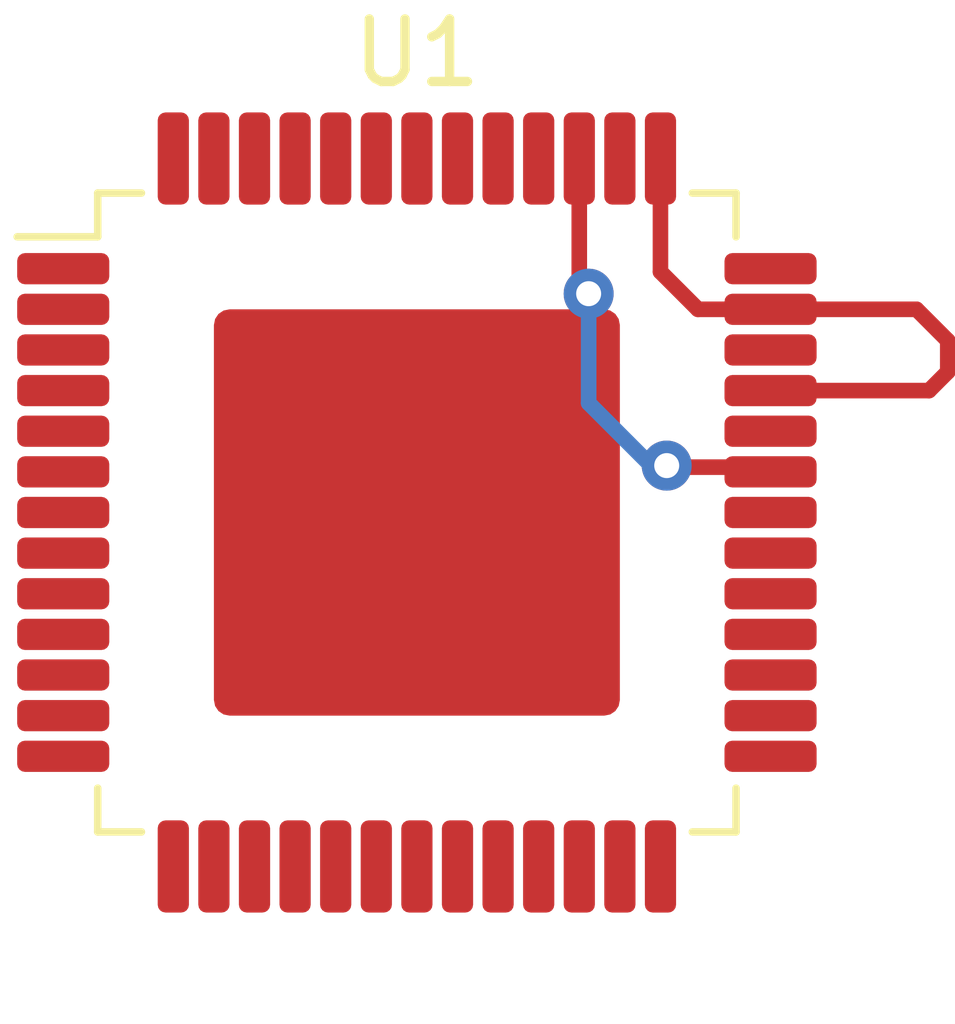
<source format=kicad_pcb>
(kicad_pcb (version 20211014) (generator pcbnew)
  (layers (0 "F.Cu" signal) (1 "In1.Cu" power) (2 "In2.Cu" power) (31 "B.Cu" signal) (34 "B.Paste" user) (35 "F.Paste" user) (36 "B.SilkS" user "B.Silkscreen") (37 "F.SilkS" user "F.Silkscreen") (38 "B.Mask" user) (39 "F.Mask" user) (44 "Edge.Cuts" user))
  (net 0 "")
  (net 1 "Net-(U1-Pad1)")
  (net 2 "Net-(U1-Pad10)")
  (net 6 "Net-(U1-Pad14)")
  (net 14 "input")
  (footprint "Package_QFP:TQFP-52-1EP_10x10mm_P0.65mm_EP6.5x6.5mm" (layer "F.Cu") (at 114.75 82)
    (fp_text reference "U1" (at 0 -7.35) (layer "F.SilkS"))
    (fp_text value "AD6644")
    (fp_line (start -5.11 -5.11) (end -5.11 -4.41) (layer "F.SilkS") (width 0.12))
    (fp_line (start -5.11 -4.41) (end -6.4 -4.41) (layer "F.SilkS") (width 0.12))
    (fp_line (start -5.11 5.11) (end -5.11 4.41) (layer "F.SilkS") (width 0.12))
    (fp_line (start -4.41 5.11) (end -5.11 5.11) (layer "F.SilkS") (width 0.12))
    (fp_line (start -4.41 -5.11) (end -5.11 -5.11) (layer "F.SilkS") (width 0.12))
    (fp_line (start 5.11 5.11) (end 5.11 4.41) (layer "F.SilkS") (width 0.12))
    (fp_line (start 4.41 5.11) (end 5.11 5.11) (layer "F.SilkS") (width 0.12))
    (fp_line (start 4.41 -5.11) (end 5.11 -5.11) (layer "F.SilkS") (width 0.12))
    (fp_line (start 5.11 -5.11) (end 5.11 -4.41) (layer "F.SilkS") (width 0.12))
    (pad "1" smd roundrect (at -5.6625 -3.9) (size 1.475 0.5) (layers "F.Cu" "F.Paste" "F.Mask") (net 1 "Net-(U1-Pad1)"))
    (pad "2" smd roundrect (at -5.6625 -3.25) (size 1.475 0.5) (layers "F.Cu" "F.Paste" "F.Mask") (net 2 "Net-(U1-Pad10)"))
    (pad "3" smd roundrect (at -5.6625 -2.6) (size 1.475 0.5) (layers "F.Cu" "F.Paste" "F.Mask"))
    (pad "4" smd roundrect (at -5.6625 -1.95) (size 1.475 0.5) (layers "F.Cu" "F.Paste" "F.Mask") (net 2 "Net-(U1-Pad10)"))
    (pad "5" smd roundrect (at -5.6625 -1.3) (size 1.475 0.5) (layers "F.Cu" "F.Paste" "F.Mask"))
    (pad "6" smd roundrect (at -5.6625 -0.65) (size 1.475 0.5) (layers "F.Cu" "F.Paste" "F.Mask"))
    (pad "7" smd roundrect (at -5.6625 0) (size 1.475 0.5) (layers "F.Cu" "F.Paste" "F.Mask") (net 2 "Net-(U1-Pad10)"))
    (pad "8" smd roundrect (at -5.6625 0.65) (size 1.475 0.5) (layers "F.Cu" "F.Paste" "F.Mask") (net 6 "Net-(U1-Pad14)"))
    (pad "9" smd roundrect (at -5.6625 1.3) (size 1.475 0.5) (layers "F.Cu" "F.Paste" "F.Mask") (net 6 "Net-(U1-Pad14)"))
    (pad "10" smd roundrect (at -5.6625 1.95) (size 1.475 0.5) (layers "F.Cu" "F.Paste" "F.Mask") (net 2 "Net-(U1-Pad10)"))
    (pad "11" smd roundrect (at -5.6625 2.6) (size 1.475 0.5) (layers "F.Cu" "F.Paste" "F.Mask"))
    (pad "12" smd roundrect (at -5.6625 3.25) (size 1.475 0.5) (layers "F.Cu" "F.Paste" "F.Mask"))
    (pad "13" smd roundrect (at -5.6625 3.9) (size 1.475 0.5) (layers "F.Cu" "F.Paste" "F.Mask") (net 2 "Net-(U1-Pad10)"))
    (pad "14" smd roundrect (at -3.9 5.6625) (size 0.5 1.475) (layers "F.Cu" "F.Paste" "F.Mask") (net 6 "Net-(U1-Pad14)"))
    (pad "15" smd roundrect (at -3.25 5.6625) (size 0.5 1.475) (layers "F.Cu" "F.Paste" "F.Mask") (net 2 "Net-(U1-Pad10)"))
    (pad "16" smd roundrect (at -2.6 5.6625) (size 0.5 1.475) (layers "F.Cu" "F.Paste" "F.Mask") (net 6 "Net-(U1-Pad14)"))
    (pad "17" smd roundrect (at -1.95 5.6625) (size 0.5 1.475) (layers "F.Cu" "F.Paste" "F.Mask") (net 2 "Net-(U1-Pad10)"))
    (pad "18" smd roundrect (at -1.3 5.6625) (size 0.5 1.475) (layers "F.Cu" "F.Paste" "F.Mask") (net 6 "Net-(U1-Pad14)"))
    (pad "19" smd roundrect (at -0.65 5.6625) (size 0.5 1.475) (layers "F.Cu" "F.Paste" "F.Mask") (net 2 "Net-(U1-Pad10)"))
    (pad "20" smd roundrect (at 0 5.6625) (size 0.5 1.475) (layers "F.Cu" "F.Paste" "F.Mask"))
    (pad "21" smd roundrect (at 0.65 5.6625) (size 0.5 1.475) (layers "F.Cu" "F.Paste" "F.Mask") (net 2 "Net-(U1-Pad10)"))
    (pad "22" smd roundrect (at 1.3 5.6625) (size 0.5 1.475) (layers "F.Cu" "F.Paste" "F.Mask") (net 6 "Net-(U1-Pad14)"))
    (pad "23" smd roundrect (at 1.95 5.6625) (size 0.5 1.475) (layers "F.Cu" "F.Paste" "F.Mask") (net 2 "Net-(U1-Pad10)"))
    (pad "24" smd roundrect (at 2.6 5.6625) (size 0.5 1.475) (layers "F.Cu" "F.Paste" "F.Mask"))
    (pad "25" smd roundrect (at 3.25 5.6625) (size 0.5 1.475) (layers "F.Cu" "F.Paste" "F.Mask") (net 2 "Net-(U1-Pad10)"))
    (pad "26" smd roundrect (at 3.9 5.6625) (size 0.5 1.475) (layers "F.Cu" "F.Paste" "F.Mask") (net 6 "Net-(U1-Pad14)"))
    (pad "27" smd roundrect (at 5.6625 3.9) (size 1.475 0.5) (layers "F.Cu" "F.Paste" "F.Mask") (net 2 "Net-(U1-Pad10)"))
    (pad "28" smd roundrect (at 5.6625 3.25) (size 1.475 0.5) (layers "F.Cu" "F.Paste" "F.Mask") (net 6 "Net-(U1-Pad14)"))
    (pad "29" smd roundrect (at 5.6625 2.6) (size 1.475 0.5) (layers "F.Cu" "F.Paste" "F.Mask") (net 2 "Net-(U1-Pad10)"))
    (pad "30" smd roundrect (at 5.6625 1.95) (size 1.475 0.5) (layers "F.Cu" "F.Paste" "F.Mask") (net 6 "Net-(U1-Pad14)"))
    (pad "31" smd roundrect (at 5.6625 1.3) (size 1.475 0.5) (layers "F.Cu" "F.Paste" "F.Mask"))
    (pad "32" smd roundrect (at 5.6625 0.65) (size 1.475 0.5) (layers "F.Cu" "F.Paste" "F.Mask"))
    (pad "33" smd roundrect (at 5.6625 0) (size 1.475 0.5) (layers "F.Cu" "F.Paste" "F.Mask") (net 1 "Net-(U1-Pad1)"))
    (pad "34" smd roundrect (at 5.6625 -0.65) (size 1.475 0.5) (layers "F.Cu" "F.Paste" "F.Mask") (net 2 "Net-(U1-Pad10)"))
    (pad "35" smd roundrect (at 5.6625 -1.3) (size 1.475 0.5) (layers "F.Cu" "F.Paste" "F.Mask"))
    (pad "36" smd roundrect (at 5.6625 -1.95) (size 1.475 0.5) (layers "F.Cu" "F.Paste" "F.Mask") (net 14 "input"))
    (pad "37" smd roundrect (at 5.6625 -2.6) (size 1.475 0.5) (layers "F.Cu" "F.Paste" "F.Mask"))
    (pad "38" smd roundrect (at 5.6625 -3.25) (size 1.475 0.5) (layers "F.Cu" "F.Paste" "F.Mask") (net 14 "input"))
    (pad "39" smd roundrect (at 5.6625 -3.9) (size 1.475 0.5) (layers "F.Cu" "F.Paste" "F.Mask"))
    (pad "40" smd roundrect (at 3.9 -5.6625) (size 0.5 1.475) (layers "F.Cu" "F.Paste" "F.Mask") (net 14 "input"))
    (pad "41" smd roundrect (at 3.25 -5.6625) (size 0.5 1.475) (layers "F.Cu" "F.Paste" "F.Mask"))
    (pad "42" smd roundrect (at 2.6 -5.6625) (size 0.5 1.475) (layers "F.Cu" "F.Paste" "F.Mask") (net 2 "Net-(U1-Pad10)"))
    (pad "43" smd roundrect (at 1.95 -5.6625) (size 0.5 1.475) (layers "F.Cu" "F.Paste" "F.Mask") (net 1 "Net-(U1-Pad1)"))
    (pad "44" smd roundrect (at 1.3 -5.6625) (size 0.5 1.475) (layers "F.Cu" "F.Paste" "F.Mask"))
    (pad "45" smd roundrect (at 0.65 -5.6625) (size 0.5 1.475) (layers "F.Cu" "F.Paste" "F.Mask"))
    (pad "46" smd roundrect (at 0 -5.6625) (size 0.5 1.475) (layers "F.Cu" "F.Paste" "F.Mask"))
    (pad "47" smd roundrect (at -0.65 -5.6625) (size 0.5 1.475) (layers "F.Cu" "F.Paste" "F.Mask"))
    (pad "48" smd roundrect (at -1.3 -5.6625) (size 0.5 1.475) (layers "F.Cu" "F.Paste" "F.Mask"))
    (pad "49" smd roundrect (at -1.95 -5.6625) (size 0.5 1.475) (layers "F.Cu" "F.Paste" "F.Mask"))
    (pad "50" smd roundrect (at -2.6 -5.6625) (size 0.5 1.475) (layers "F.Cu" "F.Paste" "F.Mask"))
    (pad "51" smd roundrect (at -3.25 -5.6625) (size 0.5 1.475) (layers "F.Cu" "F.Paste" "F.Mask"))
    (pad "52" smd roundrect (at -3.9 -5.6625) (size 0.5 1.475) (layers "F.Cu" "F.Paste" "F.Mask"))
    (pad "53" smd roundrect (at 0 0) (size 6.5 6.5) (layers "F.Cu" "F.Mask") (roundrect_rratio 0.038462) (net 2 "Net-(U1-Pad10)"))
  )
  (segment (start 118.75 81.25) (end 118.775 81.275) (width 0.25) (layer "F.Cu") (net 2))
  (segment (start 120.4125 81.35) (end 120.4125 81.3375) (width 0.25) (layer "F.Cu") (net 2))
  (segment (start 118.775 81.275) (end 119.75 81.275) (width 0.25) (layer "F.Cu") (net 2))
  (segment (start 117.35 76.3375) (end 117.35 78.35) (width 0.25) (layer "F.Cu") (net 2))
  (segment (start 120.4125 81.3375) (end 120.35 81.275) (width 0.25) (layer "F.Cu") (net 2))
  (segment (start 117.35 78.35) (end 117.5 78.5) (width 0.25) (layer "F.Cu") (net 2))
  (via (at 117.5 78.5) (size 0.8) (drill 0.4) (layers "F.Cu" "B.Cu") (net 2))
  (via (at 118.75 81.25) (size 0.8) (drill 0.4) (layers "F.Cu" "B.Cu") (net 2))
  (segment (start 117.5 78.5) (end 117.5 80.25) (width 0.25) (layer "B.Cu") (net 2))
  (segment (start 118.5 81.25) (end 118.75 81.25) (width 0.25) (layer "B.Cu") (net 2))
  (segment (start 117.5 80.25) (end 118.5 81.25) (width 0.25) (layer "B.Cu") (net 2))
  (segment (start 119.25 78.75) (end 120.4125 78.75) (width 0.25) (layer "F.Cu") (net 14))
  (segment (start 118.65 78.15) (end 119.25 78.75) (width 0.25) (layer "F.Cu") (net 14))
  (segment (start 122.75 78.75) (end 123.25 79.25) (width 0.25) (layer "F.Cu") (net 14))
  (segment (start 123.25 79.25) (end 123.25 79.75) (width 0.25) (layer "F.Cu") (net 14))
  (segment (start 122.95 80.05) (end 120.4125 80.05) (width 0.25) (layer "F.Cu") (net 14))
  (segment (start 118.65 76.3375) (end 118.65 78.15) (width 0.25) (layer "F.Cu") (net 14))
  (segment (start 123.25 79.75) (end 122.95 80.05) (width 0.25) (layer "F.Cu") (net 14))
  (segment (start 120.4125 78.75) (end 122.75 78.75) (width 0.25) (layer "F.Cu") (net 14))
)
</source>
